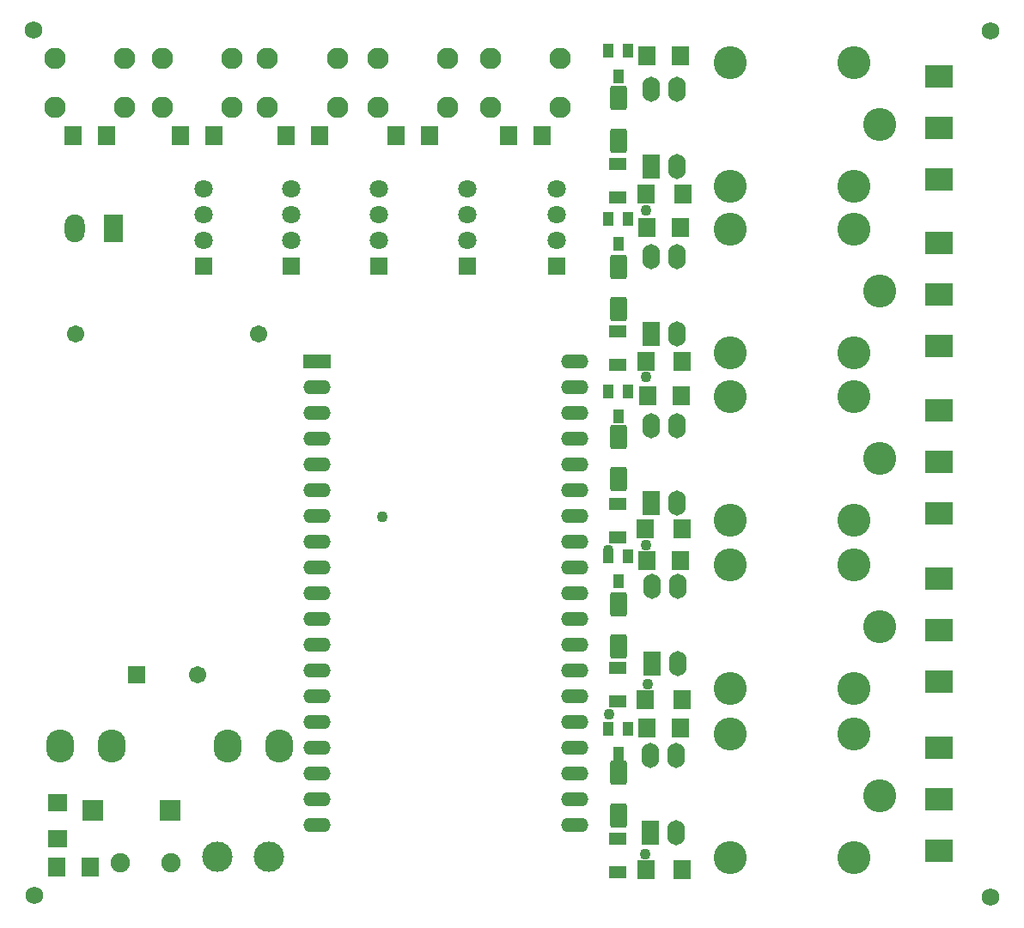
<source format=gts>
G04*
G04 #@! TF.GenerationSoftware,Altium Limited,Altium Designer,21.3.2 (30)*
G04*
G04 Layer_Color=8388736*
%FSTAX24Y24*%
%MOIN*%
G70*
G04*
G04 #@! TF.SameCoordinates,4F95F32B-0C25-4130-9E89-9C1B30D11028*
G04*
G04*
G04 #@! TF.FilePolarity,Negative*
G04*
G01*
G75*
%ADD28R,0.0690X0.0513*%
%ADD29R,0.0680X0.0730*%
G04:AMPARAMS|DCode=30|XSize=94.6mil|YSize=67.1mil|CornerRadius=11.4mil|HoleSize=0mil|Usage=FLASHONLY|Rotation=270.000|XOffset=0mil|YOffset=0mil|HoleType=Round|Shape=RoundedRectangle|*
%AMROUNDEDRECTD30*
21,1,0.0946,0.0443,0,0,270.0*
21,1,0.0719,0.0671,0,0,270.0*
1,1,0.0228,-0.0221,-0.0359*
1,1,0.0228,-0.0221,0.0359*
1,1,0.0228,0.0221,0.0359*
1,1,0.0228,0.0221,-0.0359*
%
%ADD30ROUNDEDRECTD30*%
%ADD31R,0.0730X0.0680*%
%ADD32R,0.0415X0.0552*%
%ADD33C,0.0680*%
%ADD34R,0.0671X0.0671*%
%ADD35C,0.0671*%
%ADD36R,0.1064X0.0552*%
%ADD37O,0.1064X0.0552*%
%ADD38C,0.0710*%
%ADD39R,0.0710X0.0710*%
%ADD40C,0.0830*%
%ADD41O,0.0780X0.1080*%
%ADD42R,0.0780X0.1080*%
%ADD43O,0.1080X0.1280*%
%ADD44R,0.0789X0.0789*%
%ADD45C,0.0749*%
%ADD46C,0.1180*%
%ADD47R,0.0680X0.0980*%
%ADD48O,0.0680X0.0980*%
%ADD49R,0.1064X0.0867*%
%ADD50C,0.1280*%
%ADD51C,0.0430*%
D28*
X055543Y0365D02*
D03*
Y0378D02*
D03*
X055543Y0497D02*
D03*
Y051D02*
D03*
X055543Y0248D02*
D03*
Y0235D02*
D03*
Y03145D02*
D03*
Y03015D02*
D03*
Y0445D02*
D03*
Y0432D02*
D03*
D29*
X052605Y0521D02*
D03*
X051305D02*
D03*
X03569D02*
D03*
X03439D02*
D03*
X04395D02*
D03*
X04265D02*
D03*
X04824D02*
D03*
X04694D02*
D03*
X039855D02*
D03*
X038555D02*
D03*
X056678Y0356D02*
D03*
X057978D02*
D03*
X05663Y04985D02*
D03*
X056618Y0236D02*
D03*
X0566Y0302D02*
D03*
Y03685D02*
D03*
X056618Y04335D02*
D03*
X03505Y0237D02*
D03*
X03375D02*
D03*
X058038Y0236D02*
D03*
X05802Y0302D02*
D03*
Y03685D02*
D03*
X058038Y04335D02*
D03*
X05805Y04985D02*
D03*
X056678Y04855D02*
D03*
X057978D02*
D03*
X056678Y0552D02*
D03*
X057978D02*
D03*
X058Y042D02*
D03*
X0567D02*
D03*
X057978Y0291D02*
D03*
X056678D02*
D03*
D30*
X05555Y051923D02*
D03*
Y053577D02*
D03*
Y033927D02*
D03*
Y032273D02*
D03*
Y038773D02*
D03*
Y040427D02*
D03*
Y025723D02*
D03*
Y027377D02*
D03*
Y045373D02*
D03*
Y047027D02*
D03*
D31*
X0338Y0248D02*
D03*
Y02622D02*
D03*
D32*
X055548Y054416D02*
D03*
X05592Y055398D02*
D03*
X055162Y0554D02*
D03*
Y042192D02*
D03*
X05592Y04219D02*
D03*
X055548Y041208D02*
D03*
X055162Y029092D02*
D03*
X05592Y02909D02*
D03*
X055548Y028108D02*
D03*
X055162Y035792D02*
D03*
X05592Y03579D02*
D03*
X055548Y034808D02*
D03*
X055162Y048892D02*
D03*
X05592Y04889D02*
D03*
X055548Y047908D02*
D03*
D33*
X070005Y022545D02*
D03*
X03285Y0562D02*
D03*
X070005Y056195D02*
D03*
X0329Y0226D02*
D03*
D34*
X036869Y031186D02*
D03*
D35*
X039231D02*
D03*
X034507Y044414D02*
D03*
X041593D02*
D03*
D36*
X04385Y04333D02*
D03*
D37*
Y04233D02*
D03*
Y04133D02*
D03*
Y04033D02*
D03*
Y03933D02*
D03*
Y03833D02*
D03*
Y03733D02*
D03*
Y03633D02*
D03*
Y03533D02*
D03*
Y03433D02*
D03*
Y03333D02*
D03*
Y03233D02*
D03*
Y03133D02*
D03*
Y03033D02*
D03*
Y02933D02*
D03*
Y02833D02*
D03*
Y02733D02*
D03*
Y02633D02*
D03*
Y02533D02*
D03*
X05385Y04333D02*
D03*
Y04233D02*
D03*
Y04133D02*
D03*
Y04033D02*
D03*
Y03933D02*
D03*
Y03833D02*
D03*
Y03733D02*
D03*
Y03633D02*
D03*
Y03533D02*
D03*
Y03433D02*
D03*
Y03333D02*
D03*
Y03233D02*
D03*
Y03133D02*
D03*
Y03033D02*
D03*
Y02933D02*
D03*
Y02833D02*
D03*
Y02733D02*
D03*
Y02633D02*
D03*
Y02533D02*
D03*
D38*
X04625Y04905D02*
D03*
Y04805D02*
D03*
Y05005D02*
D03*
X0497Y04905D02*
D03*
Y04805D02*
D03*
Y05005D02*
D03*
X03945Y04905D02*
D03*
Y04805D02*
D03*
Y05005D02*
D03*
X05315Y04905D02*
D03*
Y04805D02*
D03*
Y05005D02*
D03*
X04285Y04905D02*
D03*
Y04805D02*
D03*
Y05005D02*
D03*
D39*
X04625Y04705D02*
D03*
X0497D02*
D03*
X03945D02*
D03*
X05315D02*
D03*
X04285D02*
D03*
D40*
X048945Y05322D02*
D03*
X046235Y0551D02*
D03*
Y05322D02*
D03*
X048945Y0551D02*
D03*
X044655Y05322D02*
D03*
X041945Y0551D02*
D03*
Y05322D02*
D03*
X044655Y0551D02*
D03*
X05331Y05322D02*
D03*
X0506Y0551D02*
D03*
Y05322D02*
D03*
X05331Y0551D02*
D03*
X036395Y05322D02*
D03*
X033685Y0551D02*
D03*
Y05322D02*
D03*
X036395Y0551D02*
D03*
X04056Y05322D02*
D03*
X03785Y0551D02*
D03*
Y05322D02*
D03*
X04056Y0551D02*
D03*
D41*
X03445Y0485D02*
D03*
D42*
X03595D02*
D03*
D43*
X0339Y0284D02*
D03*
X0424D02*
D03*
X0404D02*
D03*
X0359D02*
D03*
D44*
X03515Y0259D02*
D03*
X03815D02*
D03*
D45*
X038184Y02387D02*
D03*
X036216D02*
D03*
D46*
X042Y0241D02*
D03*
X04D02*
D03*
D47*
X056828Y0509D02*
D03*
Y0444D02*
D03*
X0568Y02505D02*
D03*
X056828Y03785D02*
D03*
X05685Y0316D02*
D03*
D48*
X057828Y0509D02*
D03*
Y0539D02*
D03*
X056828D02*
D03*
X057828Y0444D02*
D03*
Y0474D02*
D03*
X056828D02*
D03*
X0568Y02805D02*
D03*
X0578D02*
D03*
Y02505D02*
D03*
X056828Y04085D02*
D03*
X057828D02*
D03*
Y03785D02*
D03*
X05685Y0346D02*
D03*
X05785D02*
D03*
Y0316D02*
D03*
D49*
X068Y03491D02*
D03*
Y030915D02*
D03*
Y032915D02*
D03*
Y05441D02*
D03*
Y050415D02*
D03*
Y052415D02*
D03*
Y047945D02*
D03*
Y04395D02*
D03*
Y04595D02*
D03*
Y041445D02*
D03*
Y03745D02*
D03*
Y03945D02*
D03*
Y028345D02*
D03*
Y02435D02*
D03*
Y02635D02*
D03*
D50*
X0647Y05495D02*
D03*
X0599Y05015D02*
D03*
X0657Y05255D02*
D03*
X0599Y05495D02*
D03*
X0647Y05015D02*
D03*
Y03545D02*
D03*
X0599Y03065D02*
D03*
X0657Y03305D02*
D03*
X0599Y03545D02*
D03*
X0647Y03065D02*
D03*
Y041985D02*
D03*
X0599Y037185D02*
D03*
X0657Y039585D02*
D03*
X0599Y041985D02*
D03*
X0647Y037185D02*
D03*
Y048485D02*
D03*
X0599Y043685D02*
D03*
X0657Y046085D02*
D03*
X0599Y048485D02*
D03*
X0647Y043685D02*
D03*
Y028885D02*
D03*
X0599Y024085D02*
D03*
X0657Y026485D02*
D03*
X0599Y028885D02*
D03*
X0647Y024085D02*
D03*
D51*
X055163Y036019D02*
D03*
X0464Y0373D02*
D03*
X055187Y029663D02*
D03*
X0567Y0308D02*
D03*
X0566Y0242D02*
D03*
X05663Y04922D02*
D03*
X056618Y0362D02*
D03*
Y04275D02*
D03*
M02*

</source>
